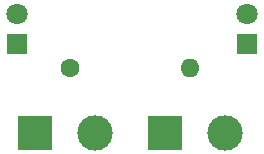
<source format=gtl>
G04 #@! TF.GenerationSoftware,KiCad,Pcbnew,5.0.2+dfsg1-1+deb10u1*
G04 #@! TF.CreationDate,2023-11-21T23:16:01+01:00*
G04 #@! TF.ProjectId,Carte _lectronique pilotage variateur,43617274-6520-4e96-9c65-6374726f6e69,rev?*
G04 #@! TF.SameCoordinates,Original*
G04 #@! TF.FileFunction,Copper,L1,Top*
G04 #@! TF.FilePolarity,Positive*
%FSLAX46Y46*%
G04 Gerber Fmt 4.6, Leading zero omitted, Abs format (unit mm)*
G04 Created by KiCad (PCBNEW 5.0.2+dfsg1-1+deb10u1) date mar. 21 nov. 2023 23:16:01 CET*
%MOMM*%
%LPD*%
G01*
G04 APERTURE LIST*
G04 #@! TA.AperFunction,ComponentPad*
%ADD10R,1.800000X1.800000*%
G04 #@! TD*
G04 #@! TA.AperFunction,ComponentPad*
%ADD11C,1.800000*%
G04 #@! TD*
G04 #@! TA.AperFunction,ComponentPad*
%ADD12C,3.000000*%
G04 #@! TD*
G04 #@! TA.AperFunction,ComponentPad*
%ADD13R,3.000000X3.000000*%
G04 #@! TD*
G04 #@! TA.AperFunction,ComponentPad*
%ADD14C,1.600000*%
G04 #@! TD*
G04 #@! TA.AperFunction,ComponentPad*
%ADD15O,1.600000X1.600000*%
G04 #@! TD*
G04 APERTURE END LIST*
D10*
G04 #@! TO.P,Rx,1*
G04 #@! TO.N,N/C*
X181500000Y-91500000D03*
D11*
G04 #@! TO.P,Rx,2*
X181500000Y-88960000D03*
G04 #@! TD*
D12*
G04 #@! TO.P,,2*
G04 #@! TO.N,N/C*
X168580000Y-99000000D03*
D13*
G04 #@! TO.P,,1*
X163500000Y-99000000D03*
G04 #@! TD*
G04 #@! TO.P,,1*
G04 #@! TO.N,N/C*
X174500000Y-99000000D03*
D12*
G04 #@! TO.P,,2*
X179580000Y-99000000D03*
G04 #@! TD*
D14*
G04 #@! TO.P,33k,1*
G04 #@! TO.N,N/C*
X166500000Y-93500000D03*
D15*
G04 #@! TO.P,33k,2*
X176660000Y-93500000D03*
G04 #@! TD*
D11*
G04 #@! TO.P,Tx,2*
G04 #@! TO.N,N/C*
X162000000Y-88960000D03*
D10*
G04 #@! TO.P,Tx,1*
X162000000Y-91500000D03*
G04 #@! TD*
M02*

</source>
